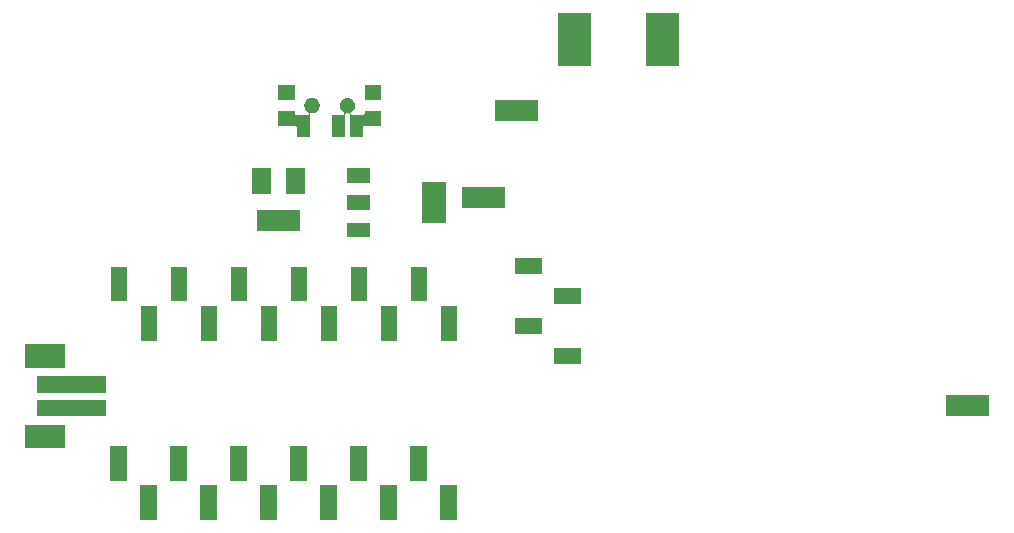
<source format=gbr>
G04 #@! TF.GenerationSoftware,KiCad,Pcbnew,5.0.2-bee76a0~70~ubuntu18.04.1*
G04 #@! TF.CreationDate,2019-01-13T17:19:06+01:00*
G04 #@! TF.ProjectId,lora_node_rfm95_minipro,6c6f7261-5f6e-46f6-9465-5f72666d3935,rev?*
G04 #@! TF.SameCoordinates,Original*
G04 #@! TF.FileFunction,Soldermask,Bot*
G04 #@! TF.FilePolarity,Negative*
%FSLAX46Y46*%
G04 Gerber Fmt 4.6, Leading zero omitted, Abs format (unit mm)*
G04 Created by KiCad (PCBNEW 5.0.2-bee76a0~70~ubuntu18.04.1) date dom 13 ene 2019 17:19:06 CET*
%MOMM*%
%LPD*%
G01*
G04 APERTURE LIST*
%ADD10C,0.100000*%
G04 APERTURE END LIST*
D10*
G36*
X135746400Y-111450400D02*
X134346400Y-111450400D01*
X134346400Y-108540400D01*
X135746400Y-108540400D01*
X135746400Y-111450400D01*
X135746400Y-111450400D01*
G37*
G36*
X130666400Y-111450400D02*
X129266400Y-111450400D01*
X129266400Y-108540400D01*
X130666400Y-108540400D01*
X130666400Y-111450400D01*
X130666400Y-111450400D01*
G37*
G36*
X110346400Y-111450400D02*
X108946400Y-111450400D01*
X108946400Y-108540400D01*
X110346400Y-108540400D01*
X110346400Y-111450400D01*
X110346400Y-111450400D01*
G37*
G36*
X115426400Y-111450400D02*
X114026400Y-111450400D01*
X114026400Y-108540400D01*
X115426400Y-108540400D01*
X115426400Y-111450400D01*
X115426400Y-111450400D01*
G37*
G36*
X125586400Y-111450400D02*
X124186400Y-111450400D01*
X124186400Y-108540400D01*
X125586400Y-108540400D01*
X125586400Y-111450400D01*
X125586400Y-111450400D01*
G37*
G36*
X120506400Y-111450400D02*
X119106400Y-111450400D01*
X119106400Y-108540400D01*
X120506400Y-108540400D01*
X120506400Y-111450400D01*
X120506400Y-111450400D01*
G37*
G36*
X117966400Y-108140400D02*
X116566400Y-108140400D01*
X116566400Y-105230400D01*
X117966400Y-105230400D01*
X117966400Y-108140400D01*
X117966400Y-108140400D01*
G37*
G36*
X123046400Y-108140400D02*
X121646400Y-108140400D01*
X121646400Y-105230400D01*
X123046400Y-105230400D01*
X123046400Y-108140400D01*
X123046400Y-108140400D01*
G37*
G36*
X107806400Y-108140400D02*
X106406400Y-108140400D01*
X106406400Y-105230400D01*
X107806400Y-105230400D01*
X107806400Y-108140400D01*
X107806400Y-108140400D01*
G37*
G36*
X112886400Y-108140400D02*
X111486400Y-108140400D01*
X111486400Y-105230400D01*
X112886400Y-105230400D01*
X112886400Y-108140400D01*
X112886400Y-108140400D01*
G37*
G36*
X128126400Y-108140400D02*
X126726400Y-108140400D01*
X126726400Y-105230400D01*
X128126400Y-105230400D01*
X128126400Y-108140400D01*
X128126400Y-108140400D01*
G37*
G36*
X133206400Y-108140400D02*
X131806400Y-108140400D01*
X131806400Y-105230400D01*
X133206400Y-105230400D01*
X133206400Y-108140400D01*
X133206400Y-108140400D01*
G37*
G36*
X102550000Y-105400000D02*
X99150000Y-105400000D01*
X99150000Y-103400000D01*
X102550000Y-103400000D01*
X102550000Y-105400000D01*
X102550000Y-105400000D01*
G37*
G36*
X106050000Y-102700000D02*
X100150000Y-102700000D01*
X100150000Y-101300000D01*
X106050000Y-101300000D01*
X106050000Y-102700000D01*
X106050000Y-102700000D01*
G37*
G36*
X180815000Y-102700000D02*
X177185000Y-102700000D01*
X177185000Y-100900000D01*
X180815000Y-100900000D01*
X180815000Y-102700000D01*
X180815000Y-102700000D01*
G37*
G36*
X106050000Y-100700000D02*
X100150000Y-100700000D01*
X100150000Y-99300000D01*
X106050000Y-99300000D01*
X106050000Y-100700000D01*
X106050000Y-100700000D01*
G37*
G36*
X102550000Y-98600000D02*
X99150000Y-98600000D01*
X99150000Y-96600000D01*
X102550000Y-96600000D01*
X102550000Y-98600000D01*
X102550000Y-98600000D01*
G37*
G36*
X146259200Y-98286800D02*
X143959200Y-98286800D01*
X143959200Y-96886800D01*
X146259200Y-96886800D01*
X146259200Y-98286800D01*
X146259200Y-98286800D01*
G37*
G36*
X125613441Y-96284098D02*
X124213441Y-96284098D01*
X124213441Y-93374098D01*
X125613441Y-93374098D01*
X125613441Y-96284098D01*
X125613441Y-96284098D01*
G37*
G36*
X110373441Y-96284098D02*
X108973441Y-96284098D01*
X108973441Y-93374098D01*
X110373441Y-93374098D01*
X110373441Y-96284098D01*
X110373441Y-96284098D01*
G37*
G36*
X115453441Y-96284098D02*
X114053441Y-96284098D01*
X114053441Y-93374098D01*
X115453441Y-93374098D01*
X115453441Y-96284098D01*
X115453441Y-96284098D01*
G37*
G36*
X120533441Y-96284098D02*
X119133441Y-96284098D01*
X119133441Y-93374098D01*
X120533441Y-93374098D01*
X120533441Y-96284098D01*
X120533441Y-96284098D01*
G37*
G36*
X135773441Y-96284098D02*
X134373441Y-96284098D01*
X134373441Y-93374098D01*
X135773441Y-93374098D01*
X135773441Y-96284098D01*
X135773441Y-96284098D01*
G37*
G36*
X130693441Y-96284098D02*
X129293441Y-96284098D01*
X129293441Y-93374098D01*
X130693441Y-93374098D01*
X130693441Y-96284098D01*
X130693441Y-96284098D01*
G37*
G36*
X142959200Y-95746800D02*
X140659200Y-95746800D01*
X140659200Y-94346800D01*
X142959200Y-94346800D01*
X142959200Y-95746800D01*
X142959200Y-95746800D01*
G37*
G36*
X146259200Y-93206800D02*
X143959200Y-93206800D01*
X143959200Y-91806800D01*
X146259200Y-91806800D01*
X146259200Y-93206800D01*
X146259200Y-93206800D01*
G37*
G36*
X117993441Y-92974098D02*
X116593441Y-92974098D01*
X116593441Y-90064098D01*
X117993441Y-90064098D01*
X117993441Y-92974098D01*
X117993441Y-92974098D01*
G37*
G36*
X112913441Y-92974098D02*
X111513441Y-92974098D01*
X111513441Y-90064098D01*
X112913441Y-90064098D01*
X112913441Y-92974098D01*
X112913441Y-92974098D01*
G37*
G36*
X107833441Y-92974098D02*
X106433441Y-92974098D01*
X106433441Y-90064098D01*
X107833441Y-90064098D01*
X107833441Y-92974098D01*
X107833441Y-92974098D01*
G37*
G36*
X128153441Y-92974098D02*
X126753441Y-92974098D01*
X126753441Y-90064098D01*
X128153441Y-90064098D01*
X128153441Y-92974098D01*
X128153441Y-92974098D01*
G37*
G36*
X133233441Y-92974098D02*
X131833441Y-92974098D01*
X131833441Y-90064098D01*
X133233441Y-90064098D01*
X133233441Y-92974098D01*
X133233441Y-92974098D01*
G37*
G36*
X123073441Y-92974098D02*
X121673441Y-92974098D01*
X121673441Y-90064098D01*
X123073441Y-90064098D01*
X123073441Y-92974098D01*
X123073441Y-92974098D01*
G37*
G36*
X142959200Y-90666800D02*
X140659200Y-90666800D01*
X140659200Y-89266800D01*
X142959200Y-89266800D01*
X142959200Y-90666800D01*
X142959200Y-90666800D01*
G37*
G36*
X128399700Y-87530500D02*
X126399500Y-87530500D01*
X126399500Y-86292300D01*
X128399700Y-86292300D01*
X128399700Y-87530500D01*
X128399700Y-87530500D01*
G37*
G36*
X122465000Y-87006000D02*
X118835000Y-87006000D01*
X118835000Y-85206000D01*
X122465000Y-85206000D01*
X122465000Y-87006000D01*
X122465000Y-87006000D01*
G37*
G36*
X134800500Y-86349400D02*
X132800300Y-86349400D01*
X132800300Y-82850600D01*
X134800500Y-82850600D01*
X134800500Y-86349400D01*
X134800500Y-86349400D01*
G37*
G36*
X128399700Y-85219100D02*
X126399500Y-85219100D01*
X126399500Y-83980900D01*
X128399700Y-83980900D01*
X128399700Y-85219100D01*
X128399700Y-85219100D01*
G37*
G36*
X139815000Y-85100000D02*
X136185000Y-85100000D01*
X136185000Y-83300000D01*
X139815000Y-83300000D01*
X139815000Y-85100000D01*
X139815000Y-85100000D01*
G37*
G36*
X122890000Y-83904000D02*
X121270000Y-83904000D01*
X121270000Y-81704000D01*
X122890000Y-81704000D01*
X122890000Y-83904000D01*
X122890000Y-83904000D01*
G37*
G36*
X120030000Y-83904000D02*
X118410000Y-83904000D01*
X118410000Y-81704000D01*
X120030000Y-81704000D01*
X120030000Y-83904000D01*
X120030000Y-83904000D01*
G37*
G36*
X128399700Y-82907700D02*
X126399500Y-82907700D01*
X126399500Y-81669500D01*
X128399700Y-81669500D01*
X128399700Y-82907700D01*
X128399700Y-82907700D01*
G37*
G36*
X123615738Y-75744653D02*
X123657598Y-75752979D01*
X123692245Y-75767330D01*
X123775890Y-75801977D01*
X123882354Y-75873114D01*
X123972886Y-75963646D01*
X124044023Y-76070110D01*
X124093021Y-76188403D01*
X124118000Y-76313979D01*
X124118000Y-76442021D01*
X124093021Y-76567597D01*
X124044023Y-76685890D01*
X123972886Y-76792354D01*
X123882354Y-76882886D01*
X123775890Y-76954023D01*
X123692245Y-76988670D01*
X123657598Y-77003021D01*
X123615738Y-77011347D01*
X123532021Y-77028000D01*
X123393000Y-77028000D01*
X123368614Y-77030402D01*
X123345165Y-77037515D01*
X123323554Y-77049066D01*
X123304612Y-77064612D01*
X123289066Y-77083554D01*
X123277515Y-77105165D01*
X123270402Y-77128614D01*
X123268000Y-77153000D01*
X123268000Y-79088000D01*
X122168000Y-79088000D01*
X122168000Y-78213000D01*
X122165598Y-78188614D01*
X122158485Y-78165165D01*
X122146934Y-78143554D01*
X122131388Y-78124612D01*
X122112446Y-78109066D01*
X122090835Y-78097515D01*
X122067386Y-78090402D01*
X122043000Y-78088000D01*
X120618000Y-78088000D01*
X120618000Y-76888000D01*
X122018000Y-76888000D01*
X122018000Y-77063000D01*
X122020402Y-77087386D01*
X122027515Y-77110835D01*
X122039066Y-77132446D01*
X122054612Y-77151388D01*
X122073554Y-77166934D01*
X122095165Y-77178485D01*
X122118614Y-77185598D01*
X122143000Y-77188000D01*
X123098212Y-77188000D01*
X123122598Y-77185598D01*
X123146047Y-77178485D01*
X123167658Y-77166934D01*
X123186600Y-77151388D01*
X123202146Y-77132446D01*
X123213697Y-77110835D01*
X123220810Y-77087386D01*
X123223212Y-77063000D01*
X123220810Y-77038614D01*
X123213697Y-77015165D01*
X123202146Y-76993554D01*
X123186600Y-76974612D01*
X123167658Y-76959066D01*
X123053646Y-76882886D01*
X122963114Y-76792354D01*
X122891977Y-76685890D01*
X122842979Y-76567597D01*
X122818000Y-76442021D01*
X122818000Y-76313979D01*
X122842979Y-76188403D01*
X122891977Y-76070110D01*
X122963114Y-75963646D01*
X123053646Y-75873114D01*
X123160110Y-75801977D01*
X123243755Y-75767330D01*
X123278402Y-75752979D01*
X123320262Y-75744653D01*
X123403979Y-75728000D01*
X123532021Y-75728000D01*
X123615738Y-75744653D01*
X123615738Y-75744653D01*
G37*
G36*
X126615738Y-75744653D02*
X126657598Y-75752979D01*
X126692245Y-75767330D01*
X126775890Y-75801977D01*
X126882354Y-75873114D01*
X126972886Y-75963646D01*
X127044023Y-76070110D01*
X127093021Y-76188403D01*
X127118000Y-76313979D01*
X127118000Y-76442021D01*
X127093021Y-76567597D01*
X127044023Y-76685890D01*
X126972886Y-76792354D01*
X126882354Y-76882886D01*
X126768342Y-76959066D01*
X126749400Y-76974611D01*
X126733855Y-76993553D01*
X126722303Y-77015164D01*
X126715190Y-77038613D01*
X126712788Y-77063000D01*
X126715190Y-77087386D01*
X126722303Y-77110835D01*
X126733854Y-77132446D01*
X126749399Y-77151388D01*
X126768341Y-77166933D01*
X126789952Y-77178485D01*
X126813401Y-77185598D01*
X126837788Y-77188000D01*
X127793000Y-77188000D01*
X127817386Y-77185598D01*
X127840835Y-77178485D01*
X127862446Y-77166934D01*
X127881388Y-77151388D01*
X127896934Y-77132446D01*
X127908485Y-77110835D01*
X127915598Y-77087386D01*
X127918000Y-77063000D01*
X127918000Y-76888000D01*
X129318000Y-76888000D01*
X129318000Y-78088000D01*
X127893000Y-78088000D01*
X127868614Y-78090402D01*
X127845165Y-78097515D01*
X127823554Y-78109066D01*
X127804612Y-78124612D01*
X127789066Y-78143554D01*
X127777515Y-78165165D01*
X127770402Y-78188614D01*
X127768000Y-78213000D01*
X127768000Y-79088000D01*
X126668000Y-79088000D01*
X126668000Y-77153000D01*
X126665598Y-77128614D01*
X126658485Y-77105165D01*
X126646934Y-77083554D01*
X126631388Y-77064612D01*
X126612446Y-77049066D01*
X126590835Y-77037515D01*
X126567386Y-77030402D01*
X126543000Y-77028000D01*
X126393000Y-77028000D01*
X126368614Y-77030402D01*
X126345165Y-77037515D01*
X126323554Y-77049066D01*
X126304612Y-77064612D01*
X126289066Y-77083554D01*
X126277515Y-77105165D01*
X126270402Y-77128614D01*
X126268000Y-77153000D01*
X126268000Y-79088000D01*
X125168000Y-79088000D01*
X125168000Y-77188000D01*
X126098212Y-77188000D01*
X126122598Y-77185598D01*
X126146047Y-77178485D01*
X126167658Y-77166934D01*
X126186600Y-77151388D01*
X126202146Y-77132446D01*
X126213697Y-77110835D01*
X126220810Y-77087386D01*
X126223212Y-77063000D01*
X126220810Y-77038614D01*
X126213697Y-77015165D01*
X126202146Y-76993554D01*
X126186600Y-76974612D01*
X126167658Y-76959066D01*
X126053646Y-76882886D01*
X125963114Y-76792354D01*
X125891977Y-76685890D01*
X125842979Y-76567597D01*
X125818000Y-76442021D01*
X125818000Y-76313979D01*
X125842979Y-76188403D01*
X125891977Y-76070110D01*
X125963114Y-75963646D01*
X126053646Y-75873114D01*
X126160110Y-75801977D01*
X126243755Y-75767330D01*
X126278402Y-75752979D01*
X126320262Y-75744653D01*
X126403979Y-75728000D01*
X126532021Y-75728000D01*
X126615738Y-75744653D01*
X126615738Y-75744653D01*
G37*
G36*
X142615000Y-77700000D02*
X138985000Y-77700000D01*
X138985000Y-75900000D01*
X142615000Y-75900000D01*
X142615000Y-77700000D01*
X142615000Y-77700000D01*
G37*
G36*
X129318000Y-75878000D02*
X127918000Y-75878000D01*
X127918000Y-74678000D01*
X129318000Y-74678000D01*
X129318000Y-75878000D01*
X129318000Y-75878000D01*
G37*
G36*
X122018000Y-75878000D02*
X120618000Y-75878000D01*
X120618000Y-74678000D01*
X122018000Y-74678000D01*
X122018000Y-75878000D01*
X122018000Y-75878000D01*
G37*
G36*
X154552800Y-73032800D02*
X151732800Y-73032800D01*
X151732800Y-68552800D01*
X154552800Y-68552800D01*
X154552800Y-73032800D01*
X154552800Y-73032800D01*
G37*
G36*
X147112800Y-73012800D02*
X144292800Y-73012800D01*
X144292800Y-68532800D01*
X147112800Y-68532800D01*
X147112800Y-73012800D01*
X147112800Y-73012800D01*
G37*
M02*

</source>
